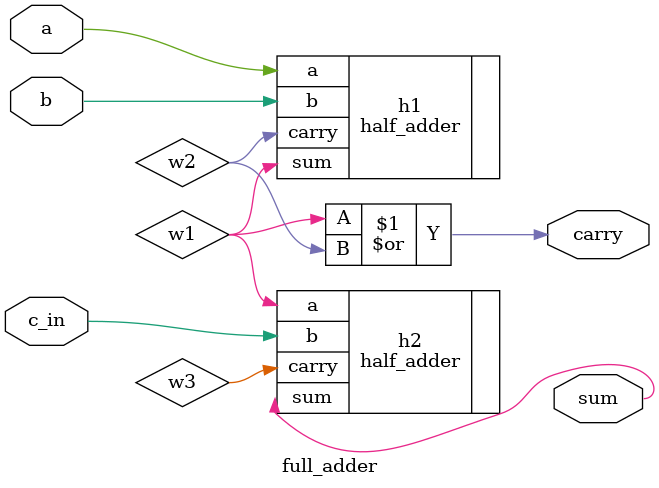
<source format=v>
module full_adder(a,b,c_in,sum,carry);
    input wire a,b,c_in;
	output wire sum,carry;
	wire w1,w2,w3;
   half_adder h1 (.a(a),.b(b),.sum(w1),.carry(w2));
   half_adder h2 (.a(w1),.b(c_in),.sum(sum),.carry(w3));
   or or1(carry,w1,w2);
endmodule
</source>
